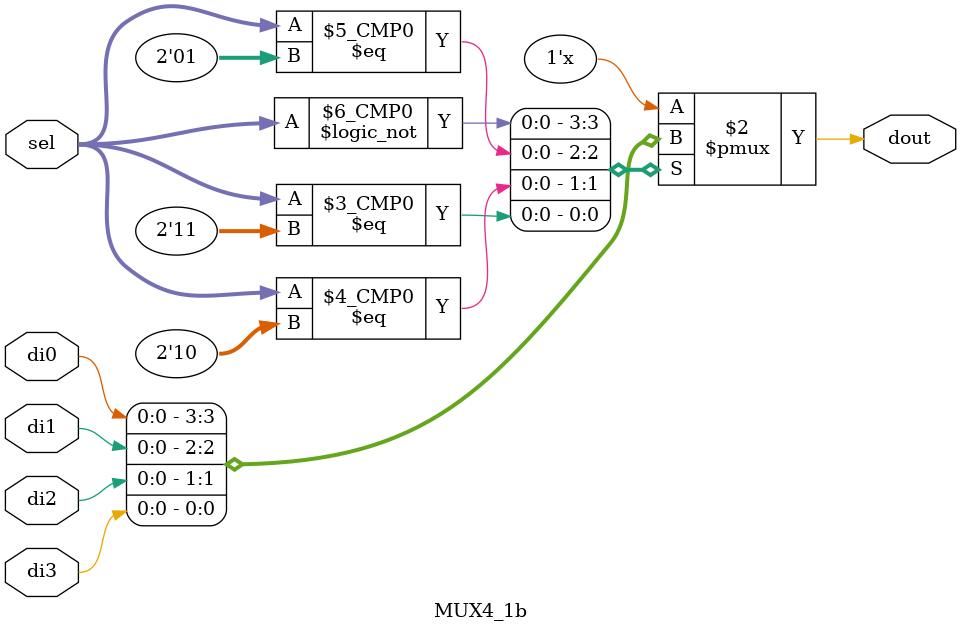
<source format=v>
`timescale 1ns / 1ps


module MUX4_1b(
	input di0,
  input di1,
  input di2,
  input di3,
  input [1:0] sel,
  output reg dout
  );
    
	always @ (di0 or di1 or di2 or di3 or sel) begin
		case (sel)
			2'b00 : dout <= di0;
			2'b01 : dout <= di1;
			2'b10 : dout <= di2;
			2'b11 : dout <= di3;
			default: dout <= 1'bx;
		endcase
	end
endmodule

</source>
